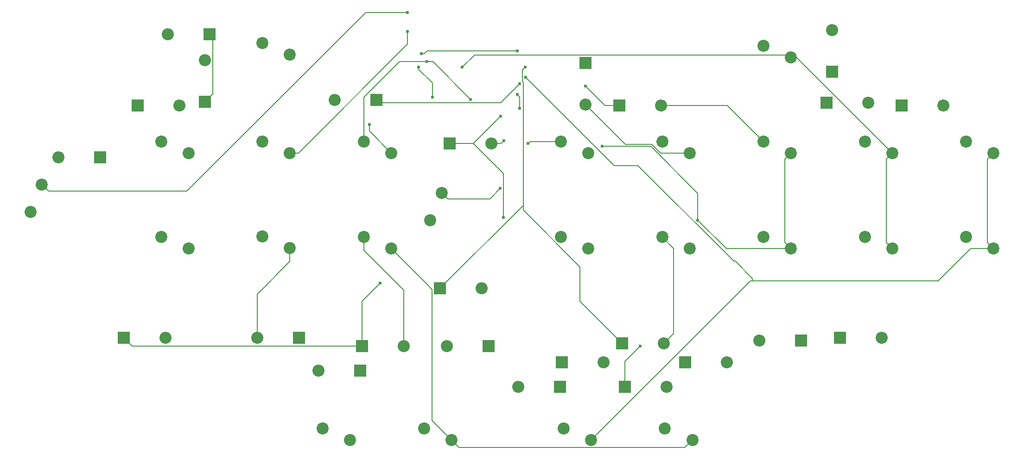
<source format=gbr>
%TF.GenerationSoftware,KiCad,Pcbnew,8.0.6*%
%TF.CreationDate,2024-12-29T23:44:33-05:00*%
%TF.ProjectId,board,626f6172-642e-46b6-9963-61645f706362,1*%
%TF.SameCoordinates,Original*%
%TF.FileFunction,Copper,L2,Bot*%
%TF.FilePolarity,Positive*%
%FSLAX46Y46*%
G04 Gerber Fmt 4.6, Leading zero omitted, Abs format (unit mm)*
G04 Created by KiCad (PCBNEW 8.0.6) date 2024-12-29 23:44:33*
%MOMM*%
%LPD*%
G01*
G04 APERTURE LIST*
%TA.AperFunction,ComponentPad*%
%ADD10C,2.200000*%
%TD*%
%TA.AperFunction,ComponentPad*%
%ADD11R,2.200000X2.200000*%
%TD*%
%TA.AperFunction,ComponentPad*%
%ADD12O,2.200000X2.200000*%
%TD*%
%TA.AperFunction,ViaPad*%
%ADD13C,0.600000*%
%TD*%
%TA.AperFunction,Conductor*%
%ADD14C,0.200000*%
%TD*%
G04 APERTURE END LIST*
D10*
%TO.P,SW\u002A1,2,2*%
%TO.N,Net-(U1-P28_A2_D2)*%
X119700000Y-69500000D03*
%TO.P,SW\u002A1,1,1*%
%TO.N,Net-(D11-A)*%
X117600000Y-74500000D03*
%TD*%
%TO.P,SWS1,2,2*%
%TO.N,Net-(U1-P26_A0_D0)*%
X46700000Y-68000000D03*
%TO.P,SWS1,1,1*%
%TO.N,Net-(D1-A)*%
X44600000Y-73000000D03*
%TD*%
%TO.P,SWZ1,1,1*%
%TO.N,Net-(D3-A)*%
X215500000Y-77600000D03*
%TO.P,SWZ1,2,2*%
%TO.N,Net-(U1-P26_A0_D0)*%
X220500000Y-79700000D03*
%TD*%
D11*
%TO.P,D17,1,K*%
%TO.N,Net-(D13-K)*%
X190000000Y-53000000D03*
D12*
%TO.P,D17,2,A*%
%TO.N,Net-(D17-A)*%
X197620000Y-53000000D03*
%TD*%
D10*
%TO.P,SW#2,1,1*%
%TO.N,Net-(D21-A)*%
X178500000Y-42600000D03*
%TO.P,SW#2,2,2*%
%TO.N,Net-(U1-P6_SDA_D4)*%
X183500000Y-44700000D03*
%TD*%
D11*
%TO.P,D5,1,K*%
%TO.N,Net-(D14-K)*%
X64190000Y-53500000D03*
D12*
%TO.P,D5,2,A*%
%TO.N,Net-(D5-A)*%
X71810000Y-53500000D03*
%TD*%
D10*
%TO.P,SWE1,1,1*%
%TO.N,Net-(D4-A)*%
X142000000Y-112600000D03*
%TO.P,SWE1,2,2*%
%TO.N,Net-(U1-P26_A0_D0)*%
X147000000Y-114700000D03*
%TD*%
D11*
%TO.P,D20,1,K*%
%TO.N,Net-(D12-K)*%
X185310000Y-96500000D03*
D12*
%TO.P,D20,2,A*%
%TO.N,Net-(D20-A)*%
X177690000Y-96500000D03*
%TD*%
D11*
%TO.P,D7,1,K*%
%TO.N,Net-(D12-K)*%
X152190000Y-53500000D03*
D12*
%TO.P,D7,2,A*%
%TO.N,Net-(D7-A)*%
X159810000Y-53500000D03*
%TD*%
D10*
%TO.P,SWT2,1,1*%
%TO.N,Net-(D17-A)*%
X197000000Y-60100000D03*
%TO.P,SWT2,2,2*%
%TO.N,Net-(U1-P6_SDA_D4)*%
X202000000Y-62200000D03*
%TD*%
%TO.P,SWR2,1,1*%
%TO.N,Net-(U1-P29_A3_D3)*%
X141500000Y-77600000D03*
%TO.P,SWR2,2,2*%
%TO.N,Net-(D18-A)*%
X146500000Y-79700000D03*
%TD*%
%TO.P,SWS2,1,1*%
%TO.N,Net-(D20-A)*%
X197000000Y-77600000D03*
%TO.P,SWS2,2,2*%
%TO.N,Net-(U1-P6_SDA_D4)*%
X202000000Y-79700000D03*
%TD*%
D11*
%TO.P,D23,1,K*%
%TO.N,Net-(D1-K)*%
X146000000Y-45690000D03*
D12*
%TO.P,D23,2,A*%
%TO.N,Net-(D23-A)*%
X146000000Y-53310000D03*
%TD*%
D10*
%TO.P,SWP2,1,1*%
%TO.N,Net-(U1-P29_A3_D3)*%
X160000000Y-60100000D03*
%TO.P,SWP2,2,2*%
%TO.N,Net-(D23-A)*%
X165000000Y-62200000D03*
%TD*%
%TO.P,SWO1,1,1*%
%TO.N,Net-(D10-A)*%
X116500000Y-112600000D03*
%TO.P,SWO1,2,2*%
%TO.N,Net-(U1-P28_A2_D2)*%
X121500000Y-114700000D03*
%TD*%
%TO.P,SW#1,1,1*%
%TO.N,Net-(D24-A)*%
X87000000Y-42100000D03*
%TO.P,SW#1,2,2*%
%TO.N,Net-(U1-P6_SDA_D4)*%
X92000000Y-44200000D03*
%TD*%
D11*
%TO.P,D18,1,K*%
%TO.N,Net-(D13-K)*%
X141690000Y-100500000D03*
D12*
%TO.P,D18,2,A*%
%TO.N,Net-(D18-A)*%
X149310000Y-100500000D03*
%TD*%
D10*
%TO.P,SWU1,1,1*%
%TO.N,Net-(D12-A)*%
X160500000Y-112600000D03*
%TO.P,SWU1,2,2*%
%TO.N,Net-(U1-P28_A2_D2)*%
X165500000Y-114700000D03*
%TD*%
D11*
%TO.P,D6,1,K*%
%TO.N,Net-(D13-K)*%
X164190000Y-100500000D03*
D12*
%TO.P,D6,2,A*%
%TO.N,Net-(D6-A)*%
X171810000Y-100500000D03*
%TD*%
D10*
%TO.P,SWB1,1,1*%
%TO.N,Net-(D8-A)*%
X160000000Y-77600000D03*
%TO.P,SWB1,2,2*%
%TO.N,Net-(U1-P27_A1_D1)*%
X165000000Y-79700000D03*
%TD*%
D11*
%TO.P,D9,1,K*%
%TO.N,Net-(D1-K)*%
X76500000Y-52810000D03*
D12*
%TO.P,D9,2,A*%
%TO.N,Net-(D9-A)*%
X76500000Y-45190000D03*
%TD*%
D11*
%TO.P,D11,1,K*%
%TO.N,Net-(D11-K)*%
X119380000Y-87000000D03*
D12*
%TO.P,D11,2,A*%
%TO.N,Net-(D11-A)*%
X127000000Y-87000000D03*
%TD*%
D11*
%TO.P,D16,1,K*%
%TO.N,Net-(D14-K)*%
X61690000Y-96000000D03*
D12*
%TO.P,D16,2,A*%
%TO.N,Net-(D16-A)*%
X69310000Y-96000000D03*
%TD*%
D10*
%TO.P,SWH1,1,1*%
%TO.N,Net-(U1-P29_A3_D3)*%
X105500000Y-60100000D03*
%TO.P,SWH1,2,2*%
%TO.N,Net-(D19-A)*%
X110500000Y-62200000D03*
%TD*%
%TO.P,SWT1,1,1*%
%TO.N,Net-(D5-A)*%
X68500000Y-60100000D03*
%TO.P,SWT1,2,2*%
%TO.N,Net-(U1-P27_A1_D1)*%
X73500000Y-62200000D03*
%TD*%
D11*
%TO.P,D12,1,K*%
%TO.N,Net-(D12-K)*%
X153190000Y-105000000D03*
D12*
%TO.P,D12,2,A*%
%TO.N,Net-(D12-A)*%
X160810000Y-105000000D03*
%TD*%
D11*
%TO.P,D21,1,K*%
%TO.N,Net-(D11-K)*%
X191000000Y-47310000D03*
D12*
%TO.P,D21,2,A*%
%TO.N,Net-(D21-A)*%
X191000000Y-39690000D03*
%TD*%
D11*
%TO.P,D2,1,K*%
%TO.N,Net-(D11-K)*%
X203690000Y-53500000D03*
D12*
%TO.P,D2,2,A*%
%TO.N,Net-(D2-A)*%
X211310000Y-53500000D03*
%TD*%
D10*
%TO.P,SWA1,1,1*%
%TO.N,Net-(U1-P29_A3_D3)*%
X98000000Y-112600000D03*
%TO.P,SWA1,2,2*%
%TO.N,Net-(D15-A)*%
X103000000Y-114700000D03*
%TD*%
%TO.P,SWL1,1,1*%
%TO.N,Net-(D7-A)*%
X178500000Y-60100000D03*
%TO.P,SWL1,2,2*%
%TO.N,Net-(U1-P27_A1_D1)*%
X183500000Y-62200000D03*
%TD*%
D11*
%TO.P,D10,1,K*%
%TO.N,Net-(D1-K)*%
X128310000Y-97500000D03*
D12*
%TO.P,D10,2,A*%
%TO.N,Net-(D10-A)*%
X120690000Y-97500000D03*
%TD*%
D10*
%TO.P,SWF1,1,1*%
%TO.N,Net-(D13-A)*%
X141500000Y-60100000D03*
%TO.P,SWF1,2,2*%
%TO.N,Net-(U1-P28_A2_D2)*%
X146500000Y-62200000D03*
%TD*%
D11*
%TO.P,D13,1,K*%
%TO.N,Net-(D13-K)*%
X121190000Y-60500000D03*
D12*
%TO.P,D13,2,A*%
%TO.N,Net-(D13-A)*%
X128810000Y-60500000D03*
%TD*%
D11*
%TO.P,D19,1,K*%
%TO.N,Net-(D12-K)*%
X107810000Y-52500000D03*
D12*
%TO.P,D19,2,A*%
%TO.N,Net-(D19-A)*%
X100190000Y-52500000D03*
%TD*%
D10*
%TO.P,SWG1,1,1*%
%TO.N,Net-(D6-A)*%
X178500000Y-77600000D03*
%TO.P,SWG1,2,2*%
%TO.N,Net-(U1-P27_A1_D1)*%
X183500000Y-79700000D03*
%TD*%
D11*
%TO.P,D24,1,K*%
%TO.N,Net-(D1-K)*%
X77310000Y-40500000D03*
D12*
%TO.P,D24,2,A*%
%TO.N,Net-(D24-A)*%
X69690000Y-40500000D03*
%TD*%
D10*
%TO.P,SWK1,1,1*%
%TO.N,Net-(D16-A)*%
X68500000Y-77600000D03*
%TO.P,SWK1,2,2*%
%TO.N,Net-(U1-P6_SDA_D4)*%
X73500000Y-79700000D03*
%TD*%
D11*
%TO.P,D1,1,K*%
%TO.N,Net-(D1-K)*%
X57310000Y-63000000D03*
D12*
%TO.P,D1,2,A*%
%TO.N,Net-(D1-A)*%
X49690000Y-63000000D03*
%TD*%
D10*
%TO.P,SWD1,1,1*%
%TO.N,Net-(D2-A)*%
X215500000Y-60100000D03*
%TO.P,SWD1,2,2*%
%TO.N,Net-(U1-P26_A0_D0)*%
X220500000Y-62200000D03*
%TD*%
%TO.P,SWW1,1,1*%
%TO.N,Net-(U1-P29_A3_D3)*%
X87000000Y-77500000D03*
%TO.P,SWW1,2,2*%
%TO.N,Net-(D22-A)*%
X92000000Y-79600000D03*
%TD*%
D11*
%TO.P,D3,1,K*%
%TO.N,Net-(D12-K)*%
X192500000Y-96000000D03*
D12*
%TO.P,D3,2,A*%
%TO.N,Net-(D3-A)*%
X200120000Y-96000000D03*
%TD*%
D11*
%TO.P,D15,1,K*%
%TO.N,Net-(D14-K)*%
X104810000Y-102000000D03*
D12*
%TO.P,D15,2,A*%
%TO.N,Net-(D15-A)*%
X97190000Y-102000000D03*
%TD*%
D11*
%TO.P,D8,1,K*%
%TO.N,Net-(D11-K)*%
X152690000Y-97000000D03*
D12*
%TO.P,D8,2,A*%
%TO.N,Net-(D8-A)*%
X160310000Y-97000000D03*
%TD*%
D10*
%TO.P,SWR1,1,1*%
%TO.N,Net-(D14-A)*%
X105500000Y-77600000D03*
%TO.P,SWR1,2,2*%
%TO.N,Net-(U1-P28_A2_D2)*%
X110500000Y-79700000D03*
%TD*%
%TO.P,SWP1,1,1*%
%TO.N,Net-(D9-A)*%
X87000000Y-60100000D03*
%TO.P,SWP1,2,2*%
%TO.N,Net-(U1-P27_A1_D1)*%
X92000000Y-62200000D03*
%TD*%
D11*
%TO.P,D4,1,K*%
%TO.N,Net-(D13-K)*%
X141310000Y-105000000D03*
D12*
%TO.P,D4,2,A*%
%TO.N,Net-(D4-A)*%
X133690000Y-105000000D03*
%TD*%
D11*
%TO.P,D22,1,K*%
%TO.N,Net-(D11-K)*%
X93620000Y-96000000D03*
D12*
%TO.P,D22,2,A*%
%TO.N,Net-(D22-A)*%
X86000000Y-96000000D03*
%TD*%
D11*
%TO.P,D14,1,K*%
%TO.N,Net-(D14-K)*%
X105190000Y-97500000D03*
D12*
%TO.P,D14,2,A*%
%TO.N,Net-(D14-A)*%
X112810000Y-97500000D03*
%TD*%
D13*
%TO.N,Net-(U1-P28_A2_D2)*%
X130400000Y-68700000D03*
%TO.N,Net-(U1-P6_SDA_D4)*%
X123500000Y-46500000D03*
%TO.N,Net-(D1-K)*%
X115500000Y-46500000D03*
X118000000Y-52000000D03*
X116000000Y-44000000D03*
X133500000Y-43500000D03*
%TO.N,Net-(D11-K)*%
X135000000Y-46500000D03*
%TO.N,Net-(D12-K)*%
X146000000Y-50000000D03*
X156000000Y-97500000D03*
X134000000Y-49500000D03*
%TO.N,Net-(D13-K)*%
X130500000Y-55500000D03*
X131000000Y-74000000D03*
%TO.N,Net-(D14-K)*%
X108500000Y-86000000D03*
%TO.N,Net-(D13-A)*%
X131084622Y-59946194D03*
X135500000Y-60500000D03*
%TO.N,Net-(D19-A)*%
X106500000Y-57000000D03*
%TO.N,Net-(U1-P29_A3_D3)*%
X117000000Y-45500000D03*
X125000000Y-52400000D03*
%TO.N,Net-(U1-P27_A1_D1)*%
X166500000Y-74500000D03*
X149000000Y-61000000D03*
X134000000Y-54000000D03*
X113500000Y-40000000D03*
X133500000Y-51500000D03*
%TO.N,Net-(U1-P26_A0_D0)*%
X113500000Y-36500000D03*
X135100000Y-48330000D03*
%TD*%
D14*
%TO.N,Net-(U1-P28_A2_D2)*%
X119700000Y-69500000D02*
X120799999Y-70599999D01*
X120799999Y-70599999D02*
X128500001Y-70599999D01*
X128500001Y-70599999D02*
X130400000Y-68700000D01*
%TO.N,Net-(U1-P26_A0_D0)*%
X46700000Y-68000000D02*
X47900000Y-69200000D01*
X47900000Y-69200000D02*
X73138478Y-69200000D01*
X105838478Y-36500000D02*
X113500000Y-36500000D01*
X73138478Y-69200000D02*
X105838478Y-36500000D01*
%TO.N,Net-(U1-P6_SDA_D4)*%
X200900001Y-63299999D02*
X202000000Y-62200000D01*
X200900001Y-78600001D02*
X200900001Y-63299999D01*
X202000000Y-79700000D02*
X200900001Y-78600001D01*
X184500000Y-44700000D02*
X183500000Y-44700000D01*
X183500000Y-44700000D02*
X183090000Y-44290000D01*
X202000000Y-62200000D02*
X184500000Y-44700000D01*
X125710000Y-44290000D02*
X123500000Y-46500000D01*
X183090000Y-44290000D02*
X125710000Y-44290000D01*
%TO.N,Net-(D1-K)*%
X77900000Y-51410000D02*
X76500000Y-52810000D01*
X117000000Y-43500000D02*
X133500000Y-43500000D01*
X116000000Y-44000000D02*
X116500000Y-44000000D01*
X116500000Y-44000000D02*
X117000000Y-43500000D01*
X118000000Y-49400000D02*
X118000000Y-52000000D01*
X115500000Y-46900000D02*
X118000000Y-49400000D01*
X77900000Y-41090000D02*
X77900000Y-51410000D01*
X115500000Y-46500000D02*
X115500000Y-46900000D01*
X77310000Y-40500000D02*
X77900000Y-41090000D01*
%TO.N,Net-(D11-K)*%
X145000000Y-83079899D02*
X134600000Y-72679899D01*
X134500000Y-49151471D02*
X134500000Y-47000000D01*
X134500000Y-47000000D02*
X135000000Y-46500000D01*
X145000000Y-89310000D02*
X145000000Y-83079899D01*
X152690000Y-97000000D02*
X145000000Y-89310000D01*
X134600000Y-71780000D02*
X134600000Y-49251471D01*
X119380000Y-87000000D02*
X134600000Y-71780000D01*
X134600000Y-49251471D02*
X134500000Y-49151471D01*
X134600000Y-72679899D02*
X134600000Y-71780000D01*
%TO.N,Net-(D12-K)*%
X156000000Y-97500000D02*
X153190000Y-100310000D01*
X107810000Y-52500000D02*
X108310000Y-53000000D01*
X146000000Y-50000000D02*
X149500000Y-53500000D01*
X149500000Y-53500000D02*
X152190000Y-53500000D01*
X130500000Y-53000000D02*
X134000000Y-49500000D01*
X108310000Y-53000000D02*
X130500000Y-53000000D01*
X153190000Y-100310000D02*
X153190000Y-105000000D01*
%TO.N,Net-(D13-K)*%
X125500000Y-60500000D02*
X121190000Y-60500000D01*
X131000000Y-66000000D02*
X131000000Y-74000000D01*
X130500000Y-55500000D02*
X125500000Y-60500000D01*
X125500000Y-60500000D02*
X131000000Y-66000000D01*
%TO.N,Net-(D14-K)*%
X108500000Y-86000000D02*
X105190000Y-89310000D01*
X105190000Y-89310000D02*
X105190000Y-97500000D01*
X63190000Y-97500000D02*
X105190000Y-97500000D01*
X61690000Y-96000000D02*
X63190000Y-97500000D01*
%TO.N,Net-(D7-A)*%
X159810000Y-53500000D02*
X171900000Y-53500000D01*
X171900000Y-53500000D02*
X178500000Y-60100000D01*
%TO.N,Net-(D8-A)*%
X162075000Y-79675000D02*
X162075000Y-95235000D01*
X162075000Y-95235000D02*
X160310000Y-97000000D01*
X160000000Y-77600000D02*
X162075000Y-79675000D01*
%TO.N,Net-(D13-A)*%
X130530816Y-60500000D02*
X128810000Y-60500000D01*
X135900000Y-60100000D02*
X135500000Y-60500000D01*
X131084622Y-59946194D02*
X130530816Y-60500000D01*
X141500000Y-60100000D02*
X135900000Y-60100000D01*
%TO.N,Net-(D14-A)*%
X105500000Y-80000000D02*
X105500000Y-77600000D01*
X112810000Y-97500000D02*
X112810000Y-87310000D01*
X112810000Y-87310000D02*
X105500000Y-80000000D01*
%TO.N,Net-(D19-A)*%
X106500000Y-58200000D02*
X106500000Y-57000000D01*
X110500000Y-62200000D02*
X106500000Y-58200000D01*
%TO.N,Net-(D22-A)*%
X86000000Y-88061522D02*
X92000000Y-82061522D01*
X92000000Y-82061522D02*
X92000000Y-79600000D01*
X86000000Y-96000000D02*
X86000000Y-88061522D01*
%TO.N,Net-(D23-A)*%
X158100179Y-60600000D02*
X153290000Y-60600000D01*
X153290000Y-60600000D02*
X146000000Y-53310000D01*
X159700179Y-62200000D02*
X158100179Y-60600000D01*
X165000000Y-62200000D02*
X159700179Y-62200000D01*
%TO.N,Net-(U1-P28_A2_D2)*%
X117980000Y-111180000D02*
X117980000Y-87180000D01*
X117980000Y-87180000D02*
X116900000Y-86100000D01*
X122900000Y-116100000D02*
X121500000Y-114700000D01*
X116900000Y-86100000D02*
X110500000Y-79700000D01*
X165500000Y-114700000D02*
X164100000Y-116100000D01*
X121500000Y-114700000D02*
X117980000Y-111180000D01*
X164100000Y-116100000D02*
X122900000Y-116100000D01*
%TO.N,Net-(U1-P29_A3_D3)*%
X118100000Y-45500000D02*
X125000000Y-52400000D01*
X115500000Y-45500000D02*
X112010000Y-45500000D01*
X112010000Y-45500000D02*
X105500000Y-52010000D01*
X105500000Y-52010000D02*
X105500000Y-60100000D01*
X117000000Y-45500000D02*
X115500000Y-45500000D01*
X115500000Y-45500000D02*
X118100000Y-45500000D01*
%TO.N,Net-(U1-P27_A1_D1)*%
X171700000Y-79700000D02*
X166500000Y-74500000D01*
X92000000Y-62200000D02*
X93555634Y-62200000D01*
X166500000Y-69565507D02*
X166500000Y-74500000D01*
X113500000Y-42255634D02*
X113500000Y-40000000D01*
X183500000Y-79700000D02*
X182400001Y-78600001D01*
X134000000Y-52000000D02*
X134000000Y-54000000D01*
X182400001Y-78600001D02*
X182400001Y-63299999D01*
X157934493Y-61000000D02*
X166500000Y-69565507D01*
X183500000Y-79700000D02*
X171700000Y-79700000D01*
X149000000Y-61000000D02*
X157934493Y-61000000D01*
X182400001Y-63299999D02*
X183500000Y-62200000D01*
X93555634Y-62200000D02*
X113500000Y-42255634D01*
X133500000Y-51500000D02*
X134000000Y-52000000D01*
%TO.N,Net-(U1-P26_A0_D0)*%
X216300000Y-79700000D02*
X220500000Y-79700000D01*
X219400001Y-78600001D02*
X220500000Y-79700000D01*
X173338478Y-82000000D02*
X176500000Y-85161522D01*
X151270000Y-64500000D02*
X155565507Y-64500000D01*
X135100000Y-48330000D02*
X151270000Y-64500000D01*
X176500000Y-85575000D02*
X210425000Y-85575000D01*
X147000000Y-114700000D02*
X176125000Y-85575000D01*
X220500000Y-62200000D02*
X219400001Y-63299999D01*
X219400001Y-63299999D02*
X219400001Y-78600001D01*
X176500000Y-85161522D02*
X176500000Y-85575000D01*
X155565507Y-64500000D02*
X173065507Y-82000000D01*
X210425000Y-85575000D02*
X216300000Y-79700000D01*
X173065507Y-82000000D02*
X173338478Y-82000000D01*
X176125000Y-85575000D02*
X176500000Y-85575000D01*
%TD*%
M02*

</source>
